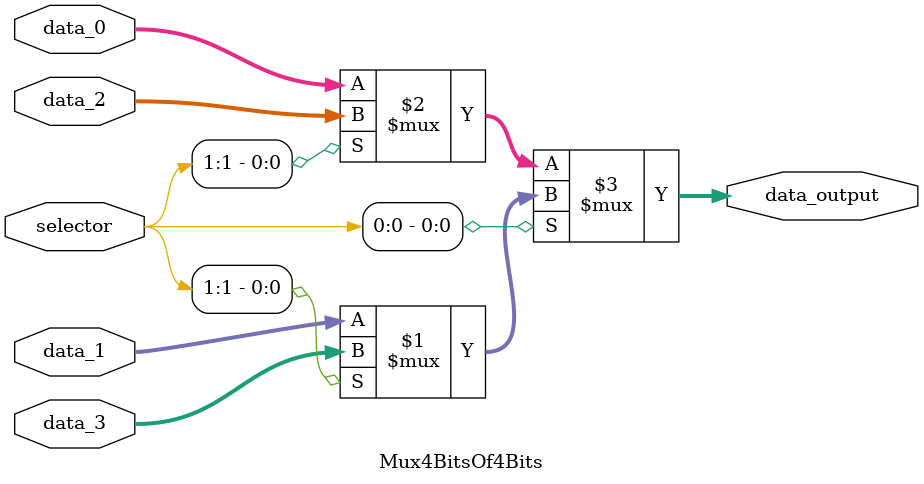
<source format=v>
module Mux4BitsOf4Bits (
    input  wire [1:0]  selector,
    input  wire [4:0] data_0,
    input  wire [4:0] data_1,
    input  wire [4:0] data_2,
    input  wire [4:0] data_3,
    output wire [4:0] data_output
);
    assign data_output = selector[0] ? (selector[1] ?  data_3 : data_1) : (selector[1] ? data_2 : data_0);
endmodule
</source>
